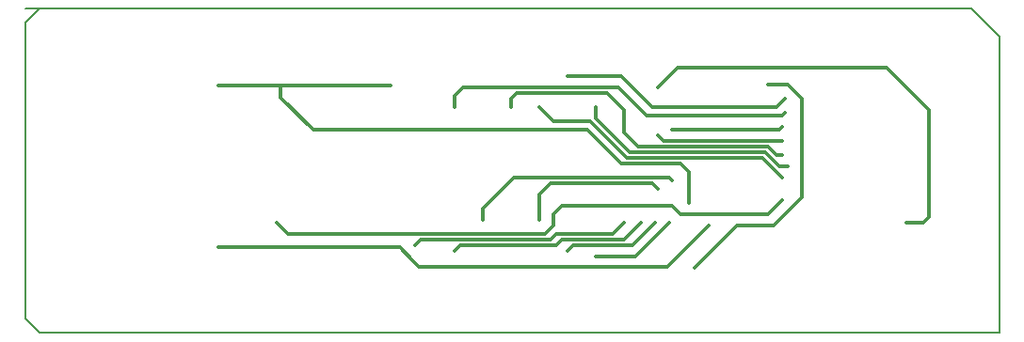
<source format=gbr>
G04 EAGLE Gerber RS-274X export*
G75*
%MOMM*%
%FSLAX34Y34*%
%LPD*%
%INBottom Copper*%
%IPPOS*%
%AMOC8*
5,1,8,0,0,1.08239X$1,22.5*%
G01*
%ADD10C,0.304800*%
%ADD11C,0.152400*%


D10*
X431800Y63500D02*
X530860Y63500D01*
X431800Y63500D02*
X424180Y55880D01*
X424180Y45720D01*
X416560Y38100D01*
X294640Y38100D02*
X185420Y38100D01*
X294640Y38100D02*
X416560Y38100D01*
X185420Y38100D02*
X175260Y48260D01*
X530860Y63500D02*
X538480Y55880D01*
X617220Y55880D01*
X629920Y68580D01*
X629920Y88900D02*
X612140Y106680D01*
X490220Y106680D01*
X457200Y139700D01*
X424180Y139700D01*
X411480Y152400D01*
X614680Y111760D02*
X627380Y99060D01*
X635000Y99060D01*
X614680Y111760D02*
X492760Y111760D01*
X462280Y142240D01*
X462280Y152400D01*
X472440Y165100D02*
X391160Y165100D01*
X386080Y160020D01*
X386080Y152400D01*
X500380Y116840D02*
X617220Y116840D01*
X624840Y109220D01*
X629920Y109220D01*
X500380Y116840D02*
X487680Y129540D01*
X487680Y149860D01*
X472440Y165100D01*
X518160Y127000D02*
X523240Y121920D01*
X629920Y121920D01*
X513080Y83820D02*
X421640Y83820D01*
X513080Y83820D02*
X518160Y78740D01*
X421640Y83820D02*
X411480Y73660D01*
X411480Y50800D01*
X741680Y48260D02*
X756920Y48260D01*
X762000Y53340D01*
X762000Y149860D01*
X535940Y187960D02*
X518160Y170180D01*
X535940Y187960D02*
X723900Y187960D01*
X762000Y149860D01*
X629920Y134620D02*
X627380Y132080D01*
X530860Y132080D01*
X360680Y60960D02*
X360680Y50800D01*
X360680Y60960D02*
X388620Y88900D01*
X528320Y88900D01*
X530860Y86360D01*
X508000Y144780D02*
X629920Y144780D01*
X632460Y147320D01*
X508000Y144780D02*
X482600Y170180D01*
X342900Y170180D01*
X335280Y162560D01*
X335280Y152400D01*
X513080Y152400D02*
X624840Y152400D01*
X632460Y160020D01*
X513080Y152400D02*
X485140Y180340D01*
X436880Y180340D01*
X589280Y45720D02*
X551180Y7620D01*
X589280Y45720D02*
X622300Y45720D01*
X647700Y71120D01*
X647700Y160020D01*
X635000Y172720D01*
X617220Y172720D01*
X497840Y17780D02*
X462280Y17780D01*
X497840Y17780D02*
X528320Y48260D01*
X441960Y27940D02*
X436880Y22860D01*
X441960Y27940D02*
X495300Y27940D01*
X515620Y48260D01*
X502920Y48260D02*
X487680Y33020D01*
X426720Y27940D02*
X340360Y27940D01*
X426720Y27940D02*
X431800Y33020D01*
X487680Y33020D01*
X340360Y27940D02*
X335280Y22860D01*
X477520Y38100D02*
X487680Y48260D01*
X421640Y33020D02*
X304800Y33020D01*
X421640Y33020D02*
X426720Y38100D01*
X477520Y38100D01*
X304800Y33020D02*
X299720Y27940D01*
X527050Y8890D02*
X563880Y45720D01*
X286180Y26240D02*
X278080Y26240D01*
X286180Y26240D02*
X297610Y14810D01*
X166320Y26240D02*
X123240Y26240D01*
X166320Y26240D02*
X179120Y26240D01*
X222200Y26240D01*
X235000Y26240D01*
X278080Y26240D01*
X303530Y8890D02*
X527050Y8890D01*
X303530Y8890D02*
X297610Y14810D01*
X166320Y171880D02*
X123240Y171880D01*
X546100Y93980D02*
X546100Y66040D01*
X546100Y93980D02*
X538480Y101600D01*
X485140Y101600D01*
X454660Y132080D01*
X208280Y132080D01*
X222200Y171880D02*
X179120Y171880D01*
X222200Y171880D02*
X235000Y171880D01*
X278080Y171880D01*
X179120Y171880D02*
X166320Y171880D01*
X179120Y171880D02*
X179120Y161240D01*
X208280Y132080D01*
D11*
X-38100Y241300D02*
X-50800Y241300D01*
X-38100Y241300D02*
X800100Y241300D01*
X825500Y215900D01*
X825500Y-50800D01*
X-38100Y-50800D01*
X-50800Y-38100D01*
X-50800Y228600D01*
X-38100Y241300D01*
M02*

</source>
